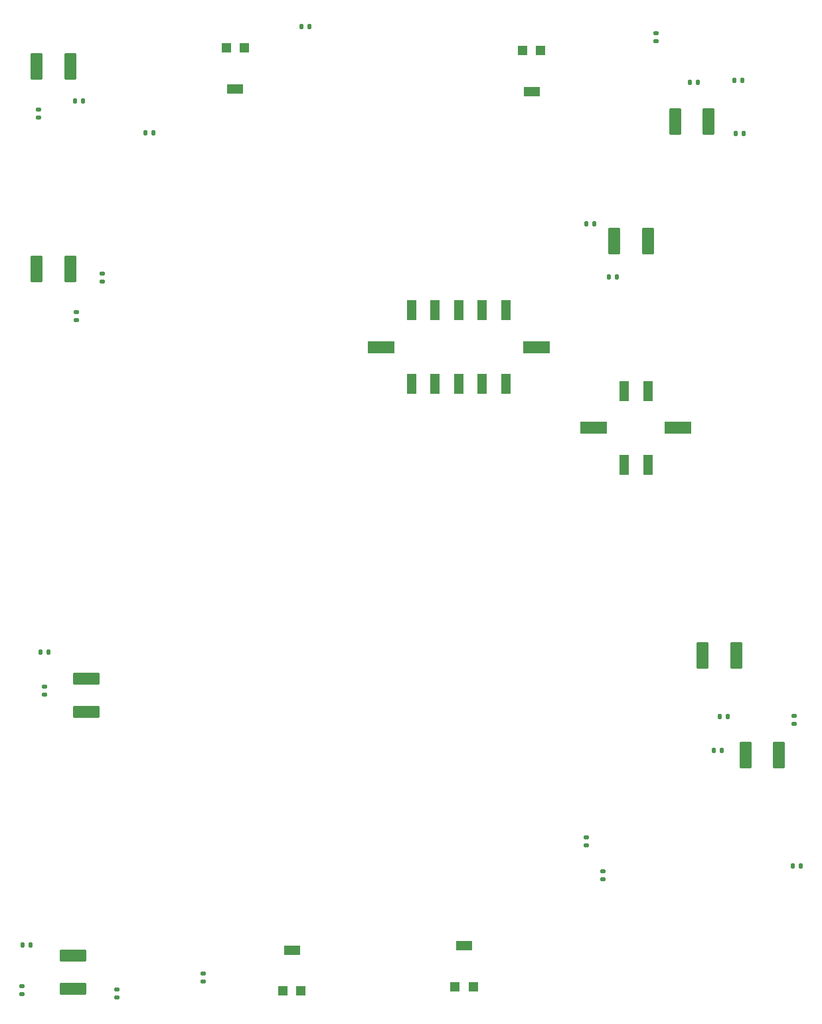
<source format=gbr>
%TF.GenerationSoftware,KiCad,Pcbnew,(6.0.10-0)*%
%TF.CreationDate,2023-04-17T19:00:21-04:00*%
%TF.ProjectId,my_anode,6d795f61-6e6f-4646-952e-6b696361645f,rev?*%
%TF.SameCoordinates,Original*%
%TF.FileFunction,Paste,Top*%
%TF.FilePolarity,Positive*%
%FSLAX46Y46*%
G04 Gerber Fmt 4.6, Leading zero omitted, Abs format (unit mm)*
G04 Created by KiCad (PCBNEW (6.0.10-0)) date 2023-04-17 19:00:21*
%MOMM*%
%LPD*%
G01*
G04 APERTURE LIST*
G04 Aperture macros list*
%AMRoundRect*
0 Rectangle with rounded corners*
0 $1 Rounding radius*
0 $2 $3 $4 $5 $6 $7 $8 $9 X,Y pos of 4 corners*
0 Add a 4 corners polygon primitive as box body*
4,1,4,$2,$3,$4,$5,$6,$7,$8,$9,$2,$3,0*
0 Add four circle primitives for the rounded corners*
1,1,$1+$1,$2,$3*
1,1,$1+$1,$4,$5*
1,1,$1+$1,$6,$7*
1,1,$1+$1,$8,$9*
0 Add four rect primitives between the rounded corners*
20,1,$1+$1,$2,$3,$4,$5,0*
20,1,$1+$1,$4,$5,$6,$7,0*
20,1,$1+$1,$6,$7,$8,$9,0*
20,1,$1+$1,$8,$9,$2,$3,0*%
G04 Aperture macros list end*
%ADD10RoundRect,0.135000X0.185000X-0.135000X0.185000X0.135000X-0.185000X0.135000X-0.185000X-0.135000X0*%
%ADD11RoundRect,0.135000X-0.185000X0.135000X-0.185000X-0.135000X0.185000X-0.135000X0.185000X0.135000X0*%
%ADD12RoundRect,0.250000X0.537500X1.450000X-0.537500X1.450000X-0.537500X-1.450000X0.537500X-1.450000X0*%
%ADD13R,1.300000X1.300000*%
%ADD14R,2.000000X1.300000*%
%ADD15RoundRect,0.135000X-0.135000X-0.185000X0.135000X-0.185000X0.135000X0.185000X-0.135000X0.185000X0*%
%ADD16RoundRect,0.135000X0.135000X0.185000X-0.135000X0.185000X-0.135000X-0.185000X0.135000X-0.185000X0*%
%ADD17RoundRect,0.250000X1.450000X-0.537500X1.450000X0.537500X-1.450000X0.537500X-1.450000X-0.537500X0*%
%ADD18RoundRect,0.250000X-0.537500X-1.450000X0.537500X-1.450000X0.537500X1.450000X-0.537500X1.450000X0*%
%ADD19RoundRect,0.250000X-1.450000X0.537500X-1.450000X-0.537500X1.450000X-0.537500X1.450000X0.537500X0*%
%ADD20R,1.270000X2.540000*%
%ADD21R,3.430001X1.650000*%
G04 APERTURE END LIST*
D10*
%TO.C,R20*%
X254660400Y-225249200D03*
X254660400Y-224229200D03*
%TD*%
D11*
%TO.C,R23*%
X237083600Y-137183400D03*
X237083600Y-138203400D03*
%TD*%
%TO.C,R21*%
X228193600Y-239723200D03*
X228193600Y-240743200D03*
%TD*%
D12*
%TO.C,C2*%
X243763800Y-148427850D03*
X239488800Y-148427850D03*
%TD*%
D13*
%TO.C,R26*%
X182263400Y-139081200D03*
D14*
X183413400Y-144281200D03*
D13*
X184563400Y-139081200D03*
%TD*%
%TO.C,R22*%
X213748000Y-258733600D03*
D14*
X212598000Y-253533600D03*
D13*
X211448000Y-258733600D03*
%TD*%
D11*
%TO.C,R7*%
X163169600Y-172718000D03*
X163169600Y-173738000D03*
%TD*%
D15*
%TO.C,R17*%
X245182200Y-224282000D03*
X246202200Y-224282000D03*
%TD*%
D16*
%TO.C,R3*%
X248211800Y-149933200D03*
X247191800Y-149933200D03*
%TD*%
D12*
%TO.C,C8*%
X247298300Y-216509600D03*
X243023300Y-216509600D03*
%TD*%
D10*
%TO.C,R18*%
X230276400Y-245086600D03*
X230276400Y-244066600D03*
%TD*%
D11*
%TO.C,R12*%
X159054800Y-220495400D03*
X159054800Y-221515400D03*
%TD*%
D17*
%TO.C,C6*%
X162763200Y-259058500D03*
X162763200Y-254783500D03*
%TD*%
D16*
%TO.C,R10*%
X163969000Y-145780600D03*
X162949000Y-145780600D03*
%TD*%
D15*
%TO.C,R25*%
X191869600Y-136347200D03*
X192889600Y-136347200D03*
%TD*%
D16*
%TO.C,R11*%
X159588200Y-216052400D03*
X158568200Y-216052400D03*
%TD*%
D10*
%TO.C,R14*%
X156235400Y-259666200D03*
X156235400Y-258646200D03*
%TD*%
D18*
%TO.C,C1*%
X231745700Y-163652200D03*
X236020700Y-163652200D03*
%TD*%
D15*
%TO.C,R2*%
X231036400Y-168224200D03*
X232056400Y-168224200D03*
%TD*%
D19*
%TO.C,C5*%
X164465000Y-219452100D03*
X164465000Y-223727100D03*
%TD*%
D18*
%TO.C,C4*%
X158085700Y-141376400D03*
X162360700Y-141376400D03*
%TD*%
D13*
%TO.C,R28*%
X191802400Y-259267000D03*
D14*
X190652400Y-254067000D03*
D13*
X189502400Y-259267000D03*
%TD*%
%TO.C,R24*%
X220058600Y-139411400D03*
D14*
X221208600Y-144611400D03*
D13*
X222358600Y-139411400D03*
%TD*%
D16*
%TO.C,R19*%
X255500600Y-243357400D03*
X254480600Y-243357400D03*
%TD*%
D15*
%TO.C,R1*%
X228140800Y-161467800D03*
X229160800Y-161467800D03*
%TD*%
D10*
%TO.C,R15*%
X168300400Y-260125400D03*
X168300400Y-259105400D03*
%TD*%
D11*
%TO.C,R9*%
X158318200Y-146911600D03*
X158318200Y-147931600D03*
%TD*%
D16*
%TO.C,R5*%
X242394200Y-143484600D03*
X241374200Y-143484600D03*
%TD*%
D15*
%TO.C,R8*%
X171956000Y-149910800D03*
X172976000Y-149910800D03*
%TD*%
D11*
%TO.C,R6*%
X166497000Y-167866600D03*
X166497000Y-168886600D03*
%TD*%
D20*
%TO.C,J3*%
X217912198Y-181915801D03*
X214912199Y-181915801D03*
X211912200Y-181915801D03*
X208912201Y-181915801D03*
X205912202Y-181915801D03*
X217912198Y-172515802D03*
X214912199Y-172515802D03*
X211912200Y-172515802D03*
X208912201Y-172515802D03*
X205912202Y-172515802D03*
D21*
X221797176Y-177215800D03*
X202027224Y-177215800D03*
%TD*%
D20*
%TO.C,J4*%
X233018200Y-182777399D03*
X236018200Y-182777399D03*
X233018200Y-192177398D03*
X236018200Y-192177398D03*
D21*
X229133215Y-187477400D03*
X239903185Y-187477400D03*
%TD*%
D15*
%TO.C,R13*%
X156309600Y-253415800D03*
X157329600Y-253415800D03*
%TD*%
D12*
%TO.C,C3*%
X162386100Y-167233600D03*
X158111100Y-167233600D03*
%TD*%
D16*
%TO.C,R16*%
X245442200Y-228650800D03*
X244422200Y-228650800D03*
%TD*%
D10*
%TO.C,R27*%
X179349400Y-258066000D03*
X179349400Y-257046000D03*
%TD*%
D15*
%TO.C,R4*%
X247062800Y-143227600D03*
X248082800Y-143227600D03*
%TD*%
D18*
%TO.C,C7*%
X248458900Y-229184200D03*
X252733900Y-229184200D03*
%TD*%
M02*

</source>
